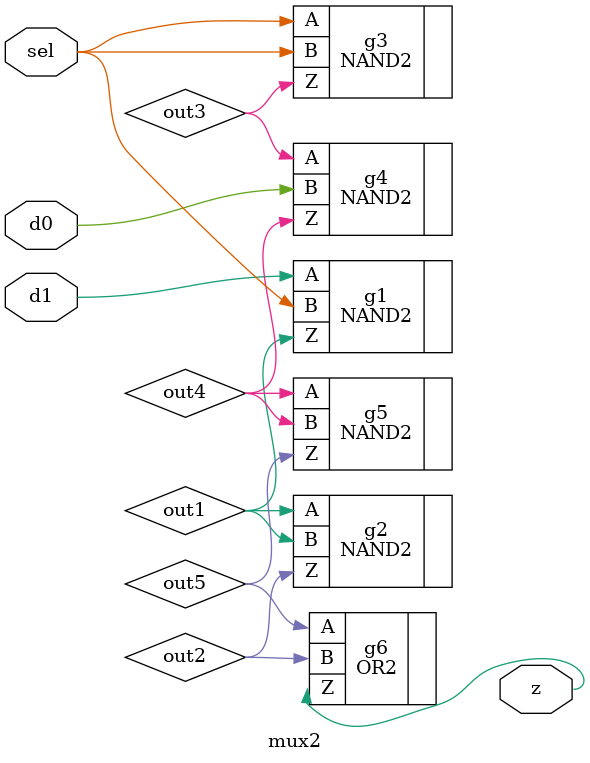
<source format=sv>
module mux2 (
    input logic d0,          // Data input 0
    input logic d1,          // Data input 1
    input logic sel,         // Select input
    output logic z           // Output
);

// Put your code here
// ------------------
    logic out1, out2, out3, out4, out5;
    NAND2 #(
        .Tpdlh(7),
        .Tpdhl(7)
    ) g1 (
        .A(d1),
        .B(sel),
        .Z(out1)
    );
    NAND2 #(
        .Tpdlh(7),
        .Tpdhl(7)
    ) g2 (
        .A(out1),
        .B(out1),
        .Z(out2)
    );
    NAND2 #(
        .Tpdlh(7),
        .Tpdhl(7)
    ) g3 (
        .A(sel),
        .B(sel),
        .Z(out3)
    );
    NAND2 #(
        .Tpdlh(7),
        .Tpdhl(7)
    ) g4 (
        .A(out3),
        .B(d0),
        .Z(out4)
    );
    NAND2 #(
        .Tpdlh(7),
        .Tpdhl(7)
    ) g5 (
        .A(out4),
        .B(out4),
        .Z(out5)
    );
    OR2 #(
        .Tpdlh(10),
        .Tpdhl(10)
    ) g6 (
        .A(out5),
        .B(out2),
        .Z(z)
    );
// End of your code

endmodule

</source>
